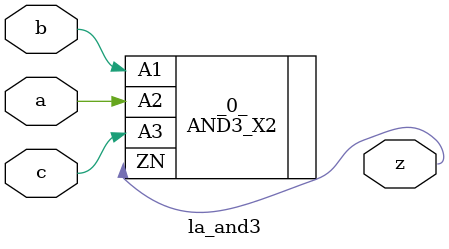
<source format=v>
/* Generated by Yosys 0.37 (git sha1 a5c7f69ed, clang 14.0.0-1ubuntu1.1 -fPIC -Os) */

module la_and3(a, b, c, z);
  input a;
  wire a;
  input b;
  wire b;
  input c;
  wire c;
  output z;
  wire z;
  AND3_X2 _0_ (
    .A1(b),
    .A2(a),
    .A3(c),
    .ZN(z)
  );
endmodule

</source>
